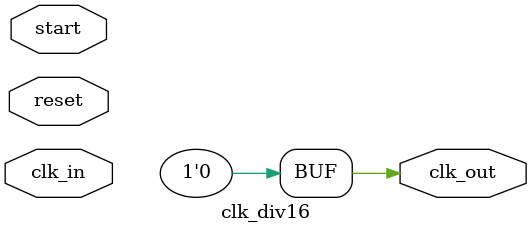
<source format=v>
module clk_div16(clk_out, clk_in, reset, start);

	parameter COUNTER_DIV = 23;
   
   input clk_in;
	input reset;
	input start;
   output clk_out;

   reg [COUNTER_DIV-1:0] counter;

   always @ (posedge clk_in or posedge reset)
	begin
		if(reset)
			counter <= 0;
		/*else if(counter == 10000000) 
			counter <= 0;*/
		
		else if(start)
			counter <= counter + 1;
	end
 
	assign clk_out = ((counter == 10000000)?1'b1:1'b0); 
	
endmodule 
</source>
